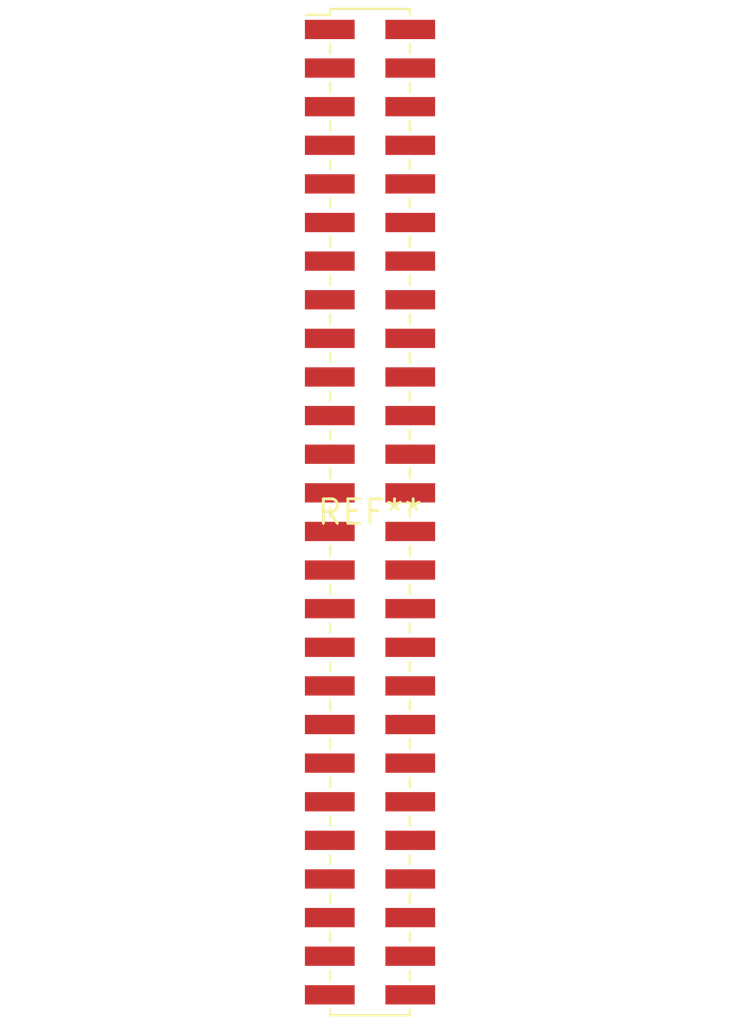
<source format=kicad_pcb>
(kicad_pcb (version 20240108) (generator pcbnew)
  (layers (0 "F.Cu" signal) (31 "B.Cu" signal) (34 "B.Paste" user) (35 "F.Paste" user) (36 "B.SilkS" user "B.Silkscreen") (37 "F.SilkS" user "F.Silkscreen") (38 "B.Mask" user) (39 "F.Mask" user) (44 "Edge.Cuts" user))
  (net 0 "")
  (footprint "PinHeader_2x26_P2.00mm_Vertical_SMD" (layer "F.Cu") (at 0 0)
    (property "Reference" "REF**")
    (property "Value" "PinHeader_2x26_P2.00mm_Vertical_SMD")
    (fp_line (start -3.315 -25.76) (end -2.06 -25.76) (layer "F.SilkS") (stroke (width 0.12)))
    (fp_line (start -2.06 -26.06) (end -2.06 -25.76) (layer "F.SilkS") (stroke (width 0.12)))
    (fp_line (start -2.06 -26.06) (end 2.06 -26.06) (layer "F.SilkS") (stroke (width 0.12)))
    (fp_line (start -2.06 -24.24) (end -2.06 -23.76) (layer "F.SilkS") (stroke (width 0.12)))
    (fp_line (start -2.06 -22.24) (end -2.06 -21.76) (layer "F.SilkS") (stroke (width 0.12)))
    (fp_line (start -2.06 -20.24) (end -2.06 -19.76) (layer "F.SilkS") (stroke (width 0.12)))
    (fp_line (start -2.06 -18.24) (end -2.06 -17.76) (layer "F.SilkS") (stroke (width 0.12)))
    (fp_line (start -2.06 -16.24) (end -2.06 -15.76) (layer "F.SilkS") (stroke (width 0.12)))
    (fp_line (start -2.06 -14.24) (end -2.06 -13.76) (layer "F.SilkS") (stroke (width 0.12)))
    (fp_line (start -2.06 -12.24) (end -2.06 -11.76) (layer "F.SilkS") (stroke (width 0.12)))
    (fp_line (start -2.06 -10.24) (end -2.06 -9.76) (layer "F.SilkS") (stroke (width 0.12)))
    (fp_line (start -2.06 -8.24) (end -2.06 -7.76) (layer "F.SilkS") (stroke (width 0.12)))
    (fp_line (start -2.06 -6.24) (end -2.06 -5.76) (layer "F.SilkS") (stroke (width 0.12)))
    (fp_line (start -2.06 -4.24) (end -2.06 -3.76) (layer "F.SilkS") (stroke (width 0.12)))
    (fp_line (start -2.06 -2.24) (end -2.06 -1.76) (layer "F.SilkS") (stroke (width 0.12)))
    (fp_line (start -2.06 -0.24) (end -2.06 0.24) (layer "F.SilkS") (stroke (width 0.12)))
    (fp_line (start -2.06 1.76) (end -2.06 2.24) (layer "F.SilkS") (stroke (width 0.12)))
    (fp_line (start -2.06 3.76) (end -2.06 4.24) (layer "F.SilkS") (stroke (width 0.12)))
    (fp_line (start -2.06 5.76) (end -2.06 6.24) (layer "F.SilkS") (stroke (width 0.12)))
    (fp_line (start -2.06 7.76) (end -2.06 8.24) (layer "F.SilkS") (stroke (width 0.12)))
    (fp_line (start -2.06 9.76) (end -2.06 10.24) (layer "F.SilkS") (stroke (width 0.12)))
    (fp_line (start -2.06 11.76) (end -2.06 12.24) (layer "F.SilkS") (stroke (width 0.12)))
    (fp_line (start -2.06 13.76) (end -2.06 14.24) (layer "F.SilkS") (stroke (width 0.12)))
    (fp_line (start -2.06 15.76) (end -2.06 16.24) (layer "F.SilkS") (stroke (width 0.12)))
    (fp_line (start -2.06 17.76) (end -2.06 18.24) (layer "F.SilkS") (stroke (width 0.12)))
    (fp_line (start -2.06 19.76) (end -2.06 20.24) (layer "F.SilkS") (stroke (width 0.12)))
    (fp_line (start -2.06 21.76) (end -2.06 22.24) (layer "F.SilkS") (stroke (width 0.12)))
    (fp_line (start -2.06 23.76) (end -2.06 24.24) (layer "F.SilkS") (stroke (width 0.12)))
    (fp_line (start -2.06 25.76) (end -2.06 26.06) (layer "F.SilkS") (stroke (width 0.12)))
    (fp_line (start -2.06 26.06) (end 2.06 26.06) (layer "F.SilkS") (stroke (width 0.12)))
    (fp_line (start 2.06 -26.06) (end 2.06 -25.76) (layer "F.SilkS") (stroke (width 0.12)))
    (fp_line (start 2.06 -24.24) (end 2.06 -23.76) (layer "F.SilkS") (stroke (width 0.12)))
    (fp_line (start 2.06 -22.24) (end 2.06 -21.76) (layer "F.SilkS") (stroke (width 0.12)))
    (fp_line (start 2.06 -20.24) (end 2.06 -19.76) (layer "F.SilkS") (stroke (width 0.12)))
    (fp_line (start 2.06 -18.24) (end 2.06 -17.76) (layer "F.SilkS") (stroke (width 0.12)))
    (fp_line (start 2.06 -16.24) (end 2.06 -15.76) (layer "F.SilkS") (stroke (width 0.12)))
    (fp_line (start 2.06 -14.24) (end 2.06 -13.76) (layer "F.SilkS") (stroke (width 0.12)))
    (fp_line (start 2.06 -12.24) (end 2.06 -11.76) (layer "F.SilkS") (stroke (width 0.12)))
    (fp_line (start 2.06 -10.24) (end 2.06 -9.76) (layer "F.SilkS") (stroke (width 0.12)))
    (fp_line (start 2.06 -8.24) (end 2.06 -7.76) (layer "F.SilkS") (stroke (width 0.12)))
    (fp_line (start 2.06 -6.24) (end 2.06 -5.76) (layer "F.SilkS") (stroke (width 0.12)))
    (fp_line (start 2.06 -4.24) (end 2.06 -3.76) (layer "F.SilkS") (stroke (width 0.12)))
    (fp_line (start 2.06 -2.24) (end 2.06 -1.76) (layer "F.SilkS") (stroke (width 0.12)))
    (fp_line (start 2.06 -0.24) (end 2.06 0.24) (layer "F.SilkS") (stroke (width 0.12)))
    (fp_line (start 2.06 1.76) (end 2.06 2.24) (layer "F.SilkS") (stroke (width 0.12)))
    (fp_line (start 2.06 3.76) (end 2.06 4.24) (layer "F.SilkS") (stroke (width 0.12)))
    (fp_line (start 2.06 5.76) (end 2.06 6.24) (layer "F.SilkS") (stroke (width 0.12)))
    (fp_line (start 2.06 7.76) (end 2.06 8.24) (layer "F.SilkS") (stroke (width 0.12)))
    (fp_line (start 2.06 9.76) (end 2.06 10.24) (layer "F.SilkS") (stroke (width 0.12)))
    (fp_line (start 2.06 11.76) (end 2.06 12.24) (layer "F.SilkS") (stroke (width 0.12)))
    (fp_line (start 2.06 13.76) (end 2.06 14.24) (layer "F.SilkS") (stroke (width 0.12)))
    (fp_line (start 2.06 15.76) (end 2.06 16.24) (layer "F.SilkS") (stroke (width 0.12)))
    (fp_line (start 2.06 17.76) (end 2.06 18.24) (layer "F.SilkS") (stroke (width 0.12)))
    (fp_line (start 2.06 19.76) (end 2.06 20.24) (layer "F.SilkS") (stroke (width 0.12)))
    (fp_line (start 2.06 21.76) (end 2.06 22.24) (layer "F.SilkS") (stroke (width 0.12)))
    (fp_line (start 2.06 23.76) (end 2.06 24.24) (layer "F.SilkS") (stroke (width 0.12)))
    (fp_line (start 2.06 25.76) (end 2.06 26.06) (layer "F.SilkS") (stroke (width 0.12)))
    (pad "1" smd rect (at -2.085 -25) (size 2.58 1) (layers "F.Cu" "F.Paste" "F.Mask"))
    (pad "2" smd rect (at 2.085 -25) (size 2.58 1) (layers "F.Cu" "F.Paste" "F.Mask"))
    (pad "3" smd rect (at -2.085 -23) (size 2.58 1) (layers "F.Cu" "F.Paste" "F.Mask"))
    (pad "4" smd rect (at 2.085 -23) (size 2.58 1) (layers "F.Cu" "F.Paste" "F.Mask"))
    (pad "5" smd rect (at -2.085 -21) (size 2.58 1) (layers "F.Cu" "F.Paste" "F.Mask"))
    (pad "6" smd rect (at 2.085 -21) (size 2.58 1) (layers "F.Cu" "F.Paste" "F.Mask"))
    (pad "7" smd rect (at -2.085 -19) (size 2.58 1) (layers "F.Cu" "F.Paste" "F.Mask"))
    (pad "8" smd rect (at 2.085 -19) (size 2.58 1) (layers "F.Cu" "F.Paste" "F.Mask"))
    (pad "9" smd rect (at -2.085 -17) (size 2.58 1) (layers "F.Cu" "F.Paste" "F.Mask"))
    (pad "10" smd rect (at 2.085 -17) (size 2.58 1) (layers "F.Cu" "F.Paste" "F.Mask"))
    (pad "11" smd rect (at -2.085 -15) (size 2.58 1) (layers "F.Cu" "F.Paste" "F.Mask"))
    (pad "12" smd rect (at 2.085 -15) (size 2.58 1) (layers "F.Cu" "F.Paste" "F.Mask"))
    (pad "13" smd rect (at -2.085 -13) (size 2.58 1) (layers "F.Cu" "F.Paste" "F.Mask"))
    (pad "14" smd rect (at 2.085 -13) (size 2.58 1) (layers "F.Cu" "F.Paste" "F.Mask"))
    (pad "15" smd rect (at -2.085 -11) (size 2.58 1) (layers "F.Cu" "F.Paste" "F.Mask"))
    (pad "16" smd rect (at 2.085 -11) (size 2.58 1) (layers "F.Cu" "F.Paste" "F.Mask"))
    (pad "17" smd rect (at -2.085 -9) (size 2.58 1) (layers "F.Cu" "F.Paste" "F.Mask"))
    (pad "18" smd rect (at 2.085 -9) (size 2.58 1) (layers "F.Cu" "F.Paste" "F.Mask"))
    (pad "19" smd rect (at -2.085 -7) (size 2.58 1) (layers "F.Cu" "F.Paste" "F.Mask"))
    (pad "20" smd rect (at 2.085 -7) (size 2.58 1) (layers "F.Cu" "F.Paste" "F.Mask"))
    (pad "21" smd rect (at -2.085 -5) (size 2.58 1) (layers "F.Cu" "F.Paste" "F.Mask"))
    (pad "22" smd rect (at 2.085 -5) (size 2.58 1) (layers "F.Cu" "F.Paste" "F.Mask"))
    (pad "23" smd rect (at -2.085 -3) (size 2.58 1) (layers "F.Cu" "F.Paste" "F.Mask"))
    (pad "24" smd rect (at 2.085 -3) (size 2.58 1) (layers "F.Cu" "F.Paste" "F.Mask"))
    (pad "25" smd rect (at -2.085 -1) (size 2.58 1) (layers "F.Cu" "F.Paste" "F.Mask"))
    (pad "26" smd rect (at 2.085 -1) (size 2.58 1) (layers "F.Cu" "F.Paste" "F.Mask"))
    (pad "27" smd rect (at -2.085 1) (size 2.58 1) (layers "F.Cu" "F.Paste" "F.Mask"))
    (pad "28" smd rect (at 2.085 1) (size 2.58 1) (layers "F.Cu" "F.Paste" "F.Mask"))
    (pad "29" smd rect (at -2.085 3) (size 2.58 1) (layers "F.Cu" "F.Paste" "F.Mask"))
    (pad "30" smd rect (at 2.085 3) (size 2.58 1) (layers "F.Cu" "F.Paste" "F.Mask"))
    (pad "31" smd rect (at -2.085 5) (size 2.58 1) (layers "F.Cu" "F.Paste" "F.Mask"))
    (pad "32" smd rect (at 2.085 5) (size 2.58 1) (layers "F.Cu" "F.Paste" "F.Mask"))
    (pad "33" smd rect (at -2.085 7) (size 2.58 1) (layers "F.Cu" "F.Paste" "F.Mask"))
    (pad "34" smd rect (at 2.085 7) (size 2.58 1) (layers "F.Cu" "F.Paste" "F.Mask"))
    (pad "35" smd rect (at -2.085 9) (size 2.58 1) (layers "F.Cu" "F.Paste" "F.Mask"))
    (pad "36" smd rect (at 2.085 9) (size 2.58 1) (layers "F.Cu" "F.Paste" "F.Mask"))
    (pad "37" smd rect (at -2.085 11) (size 2.58 1) (layers "F.Cu" "F.Paste" "F.Mask"))
    (pad "38" smd rect (at 2.085 11) (size 2.58 1) (layers "F.Cu" "F.Paste" "F.Mask"))
    (pad "39" smd rect (at -2.085 13) (size 2.58 1) (layers "F.Cu" "F.Paste" "F.Mask"))
    (pad "40" smd rect (at 2.085 13) (size 2.58 1) (layers "F.Cu" "F.Paste" "F.Mask"))
    (pad "41" smd rect (at -2.085 15) (size 2.58 1) (layers "F.Cu" "F.Paste" "F.Mask"))
    (pad "42" smd rect (at 2.085 15) (size 2.58 1) (layers "F.Cu" "F.Paste" "F.Mask"))
    (pad "43" smd rect (at -2.085 17) (size 2.58 1) (layers "F.Cu" "F.Paste" "F.Mask"))
    (pad "44" smd rect (at 2.085 17) (size 2.58 1) (layers "F.Cu" "F.Paste" "F.Mask"))
    (pad "45" smd rect (at -2.085 19) (size 2.58 1) (layers "F.Cu" "F.Paste" "F.Mask"))
    (pad "46" smd rect (at 2.085 19) (size 2.58 1) (layers "F.Cu" "F.Paste" "F.Mask"))
    (pad "47" smd rect (at -2.085 21) (size 2.58 1) (layers "F.Cu" "F.Paste" "F.Mask"))
    (pad "48" smd rect (at 2.085 21) (size 2.58 1) (layers "F.Cu" "F.Paste" "F.Mask"))
    (pad "49" smd rect (at -2.085 23) (size 2.58 1) (layers "F.Cu" "F.Paste" "F.Mask"))
    (pad "50" smd rect (at 2.085 23) (size 2.58 1) (layers "F.Cu" "F.Paste" "F.Mask"))
    (pad "51" smd rect (at -2.085 25) (size 2.58 1) (layers "F.Cu" "F.Paste" "F.Mask"))
    (pad "52" smd rect (at 2.085 25) (size 2.58 1) (layers "F.Cu" "F.Paste" "F.Mask"))
  )
)
</source>
